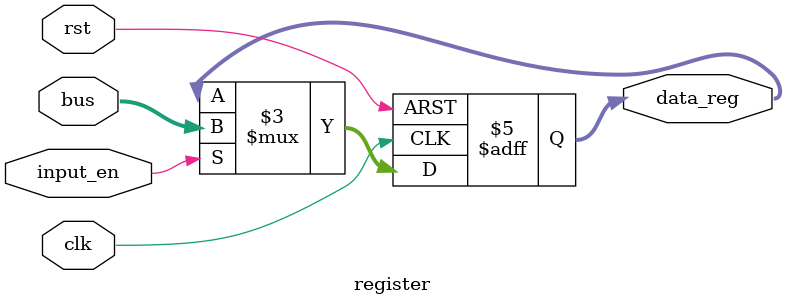
<source format=v>
module register(
	// System Inputs
	input clk,
	input rst,
	// Control Signals
	input input_en,
	// Values In/Out
	input [7:0] bus,
	output reg [7:0] data_reg
	);
	
	
	initial begin data_reg = 0; end
	
	
	always @(posedge clk or posedge rst) 
		begin	
			if (rst)
				data_reg <= 0;
			else if (input_en)
				data_reg <= bus;
		end
	
			
endmodule
			
</source>
